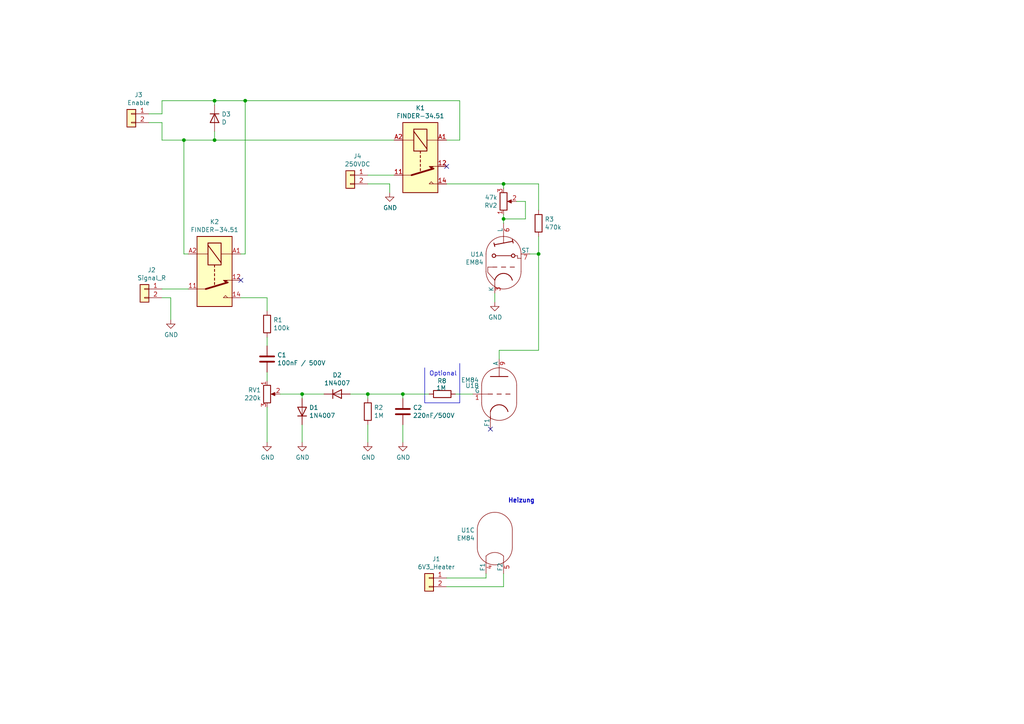
<source format=kicad_sch>
(kicad_sch (version 20231120) (generator "eeschema") (generator_version "8.0")
  (paper "A4")
  (title_block (title "KT88 Amp / Aussteuerung") (date "2023-09-05") (company "fordprfkt@googlemail.com"))
  (lib_symbols
    (symbol "Aussteuerung-rescue:R_POT-Device" (pin_names (offset 1.016) hide)
      (property "Reference" "RV" (at -4.445 0 90))
      (property "Value" "R_POT-Device" (at -2.54 0 90))
      (symbol "R_POT-Device_0_1"
        (polyline (pts (xy 2.54 0) (xy 1.524 0)))
        (polyline (pts (xy 1.143 0) (xy 2.286 0.508) (xy 2.286 -0.508) (xy 1.143 0)) (fill (type outline)))
        (rectangle (start 1.016 2.54) (end -1.016 -2.54) (stroke (width 0.254)))
      )
      (symbol "R_POT-Device_1_1"
        (pin passive line (at 0 3.81 270) (length 1.27) (name "1") (number "1"))
        (pin passive line (at 3.81 0 180) (length 1.27) (name "2") (number "2"))
        (pin passive line (at 0 -3.81 90) (length 1.27) (name "3") (number "3"))
      )
    )
    (symbol "Connector_Generic:Conn_01x02" (pin_names (offset 1.016) hide)
      (property "Reference" "J" (at 0 2.54 0))
      (property "Value" "Conn_01x02" (at 0 -5.08 0))
      (symbol "Conn_01x02_1_1"
        (rectangle (start -1.27 -2.413) (end 0 -2.667) (stroke (width 0.1524)))
        (rectangle (start -1.27 0.127) (end 0 -0.127) (stroke (width 0.1524)))
        (rectangle (start -1.27 1.27) (end 1.27 -3.81) (stroke (width 0.254)) (fill (type background)))
        (pin passive line (at -5.08 0 0) (length 3.81) (name "Pin_1") (number "1"))
        (pin passive line (at -5.08 -2.54 0) (length 3.81) (name "Pin_2") (number "2"))
      )
    )
    (symbol "Device:C" (pin_numbers hide) (pin_names (offset 0.254))
      (property "Reference" "C" (at 0.635 2.54 0))
      (property "Value" "C" (at 0.635 -2.54 0))
      (symbol "C_0_1"
        (polyline (pts (xy -2.032 -0.762) (xy 2.032 -0.762)) (stroke (width 0.508)))
        (polyline (pts (xy -2.032 0.762) (xy 2.032 0.762)) (stroke (width 0.508)))
      )
      (symbol "C_1_1"
        (pin passive line (at 0 3.81 270) (length 2.794) (name "~") (number "1"))
        (pin passive line (at 0 -3.81 90) (length 2.794) (name "~") (number "2"))
      )
    )
    (symbol "Device:D" (pin_numbers hide) (pin_names (offset 1.016) hide)
      (property "Reference" "D" (at 0 2.54 0))
      (property "Value" "D" (at 0 -2.54 0))
      (symbol "D_0_1"
        (polyline (pts (xy -1.27 1.27) (xy -1.27 -1.27)) (stroke (width 0.254)))
        (polyline (pts (xy 1.27 0) (xy -1.27 0)))
        (polyline (pts (xy 1.27 1.27) (xy 1.27 -1.27) (xy -1.27 0) (xy 1.27 1.27)) (stroke (width 0.254)))
      )
      (symbol "D_1_1"
        (pin passive line (at -3.81 0 0) (length 2.54) (name "K") (number "1"))
        (pin passive line (at 3.81 0 180) (length 2.54) (name "A") (number "2"))
      )
    )
    (symbol "Device:R" (pin_numbers hide) (pin_names (offset 0))
      (property "Reference" "R" (at 2.032 0 90))
      (property "Value" "R" (at 0 0 90))
      (symbol "R_0_1"
        (rectangle (start -1.016 -2.54) (end 1.016 2.54) (stroke (width 0.254)))
      )
      (symbol "R_1_1"
        (pin passive line (at 0 3.81 270) (length 1.27) (name "~") (number "1"))
        (pin passive line (at 0 -3.81 90) (length 1.27) (name "~") (number "2"))
      )
    )
    (symbol "EM84_1" (pin_names (offset 0))
      (property "Reference" "U1" (at -5.7912 2.4384 0))
      (property "Value" "EM84" (at -5.7912 0.127 0))
      (symbol "EM84_1_0_1"
        (arc (start -5.08 -2.54) (mid 0 -7.5979) (end 5.08 -2.54))
        (polyline (pts (xy 5.08 2.54) (xy 5.08 -2.54)))
        (polyline (pts (xy -5.08 2.54) (xy -5.08 -2.54) (xy -5.08 -2.54)))
        (arc (start 5.08 2.54) (mid 0 7.5979) (end -5.08 2.54))
      )
      (symbol "EM84_1_1_0"
        (polyline (pts (xy -2.54 -5.08) (xy -2.54 -7.62)))
      )
      (symbol "EM84_1_1_1"
        (circle (center -2.794 2.032) (radius 0.508) (stroke (width 0.254)))
        (polyline (pts (xy -4.572 -2.794) (xy -2.54 -5.08)))
        (polyline (pts (xy -4.572 -1.27) (xy -4.572 -2.794)))
        (polyline (pts (xy -3.302 -1.27) (xy -4.572 -1.27)))
        (polyline (pts (xy -2.794 5.715) (xy -2.54 4.699)) (stroke (width 0.254)))
        (polyline (pts (xy -2.286 2.032) (xy 2.286 2.032)) (stroke (width 0.2032)))
        (polyline (pts (xy -1.905 -1.27) (xy -3.175 -1.27)) (stroke (width 0.2032)))
        (polyline (pts (xy -0.635 -1.27) (xy 0.635 -1.27)) (stroke (width 0.2032)))
        (polyline (pts (xy 1.905 -1.27) (xy 3.175 -1.27)) (stroke (width 0.2032)))
        (polyline (pts (xy 2.54 6.731) (xy 2.794 5.715)) (stroke (width 0.254)))
        (polyline (pts (xy 3.302 2.032) (xy 4.064 2.032)))
        (polyline (pts (xy 4.064 1.27) (xy 5.08 1.27)))
        (polyline (pts (xy 4.064 2.032) (xy 4.064 1.27)))
        (polyline (pts (xy -2.667 5.207) (xy 2.667 6.223) (xy 2.667 6.223)) (stroke (width 0.254)))
        (polyline (pts (xy 0 7.62) (xy 0 5.715) (xy 0 5.715)))
        (arc (start 2.54 -5.08) (mid 0 -3.0968) (end -2.54 -5.08) (stroke (width 0.254)))
        (circle (center 2.794 2.032) (radius 0.508) (stroke (width 0.254)))
        (pin bidirectional line (at -2.54 -8.89 90) (length 2.54) (name "K") (number "3"))
        (pin output line (at 0 11.43 270) (length 3.81) (name "L") (number "6"))
        (pin input line (at 7.62 2.54 180) (length 2.54) (name "ST") (number "7"))
      )
      (symbol "EM84_1_2_0"
        (polyline (pts (xy -2.54 -5.08) (xy -2.54 -7.62)))
        (polyline (pts (xy -0.635 0) (xy 0.635 0)) (stroke (width 0.2032)))
        (polyline (pts (xy 1.905 0) (xy 3.175 0)) (stroke (width 0.2032)))
      )
      (symbol "EM84_1_2_1"
        (polyline (pts (xy -5.08 0) (xy -3.175 0)))
        (polyline (pts (xy -1.905 0) (xy -3.175 0)) (stroke (width 0.2032)))
        (polyline (pts (xy 0 5.08) (xy 0 7.62)))
        (polyline (pts (xy 1.778 5.08) (xy 1.778 5.08)))
        (polyline (pts (xy -2.54 5.08) (xy 2.54 5.08) (xy 2.54 5.08)) (stroke (width 0.254)))
        (arc (start 2.54 -5.08) (mid 0 -3.0968) (end -2.54 -5.08) (stroke (width 0.254)))
        (pin input line (at -7.62 0 0) (length 2.54) (name "G") (number "1"))
        (pin output line (at 0 10.16 270) (length 2.54) (name "A") (number "9"))
        (pin power_in line (at -2.54 -10.16 90) (length 3.81) (name "F1") (number "~"))
      )
      (symbol "EM84_1_3_1"
        (polyline (pts (xy -2.54 -5.08) (xy -2.54 -6.35) (xy -2.54 -6.35)))
        (polyline (pts (xy 2.54 -5.08) (xy 2.54 -6.35) (xy 2.54 -6.35)))
        (arc (start 2.54 -5.08) (mid 0 -4.0279) (end -2.54 -5.08))
        (pin power_in line (at -2.54 -10.16 90) (length 3.81) (name "F1") (number "4"))
        (pin power_in line (at 2.54 -10.16 90) (length 3.81) (name "F2") (number "5"))
      )
    )
    (symbol "EM84_2" (pin_names (offset 0))
      (property "Reference" "U1" (at -5.7912 2.4384 0))
      (property "Value" "EM84" (at -5.7912 0.127 0))
      (symbol "EM84_2_0_1"
        (arc (start -5.08 -2.54) (mid 0 -7.5979) (end 5.08 -2.54))
        (polyline (pts (xy 5.08 2.54) (xy 5.08 -2.54)))
        (polyline (pts (xy -5.08 2.54) (xy -5.08 -2.54) (xy -5.08 -2.54)))
        (arc (start 5.08 2.54) (mid 0 7.5979) (end -5.08 2.54))
      )
      (symbol "EM84_2_1_0"
        (polyline (pts (xy -2.54 -5.08) (xy -2.54 -7.62)))
      )
      (symbol "EM84_2_1_1"
        (circle (center -2.794 2.032) (radius 0.508) (stroke (width 0.254)))
        (polyline (pts (xy -4.572 -2.794) (xy -2.54 -5.08)))
        (polyline (pts (xy -4.572 -1.27) (xy -4.572 -2.794)))
        (polyline (pts (xy -3.302 -1.27) (xy -4.572 -1.27)))
        (polyline (pts (xy -2.794 5.715) (xy -2.54 4.699)) (stroke (width 0.254)))
        (polyline (pts (xy -2.286 2.032) (xy 2.286 2.032)) (stroke (width 0.2032)))
        (polyline (pts (xy -1.905 -1.27) (xy -3.175 -1.27)) (stroke (width 0.2032)))
        (polyline (pts (xy -0.635 -1.27) (xy 0.635 -1.27)) (stroke (width 0.2032)))
        (polyline (pts (xy 1.905 -1.27) (xy 3.175 -1.27)) (stroke (width 0.2032)))
        (polyline (pts (xy 2.54 6.731) (xy 2.794 5.715)) (stroke (width 0.254)))
        (polyline (pts (xy 3.302 2.032) (xy 4.064 2.032)))
        (polyline (pts (xy 4.064 1.27) (xy 5.08 1.27)))
        (polyline (pts (xy 4.064 2.032) (xy 4.064 1.27)))
        (polyline (pts (xy -2.667 5.207) (xy 2.667 6.223) (xy 2.667 6.223)) (stroke (width 0.254)))
        (polyline (pts (xy 0 7.62) (xy 0 5.715) (xy 0 5.715)))
        (arc (start 2.54 -5.08) (mid 0 -3.0968) (end -2.54 -5.08) (stroke (width 0.254)))
        (circle (center 2.794 2.032) (radius 0.508) (stroke (width 0.254)))
        (pin bidirectional line (at -2.54 -8.89 90) (length 2.54) (name "K") (number "3"))
        (pin output line (at 0 11.43 270) (length 3.81) (name "L") (number "6"))
        (pin input line (at 7.62 2.54 180) (length 2.54) (name "ST") (number "7"))
      )
      (symbol "EM84_2_2_0"
        (polyline (pts (xy -2.54 -5.08) (xy -2.54 -7.62)))
        (polyline (pts (xy -0.635 0) (xy 0.635 0)) (stroke (width 0.2032)))
        (polyline (pts (xy 1.905 0) (xy 3.175 0)) (stroke (width 0.2032)))
      )
      (symbol "EM84_2_2_1"
        (polyline (pts (xy -5.08 0) (xy -3.175 0)))
        (polyline (pts (xy -1.905 0) (xy -3.175 0)) (stroke (width 0.2032)))
        (polyline (pts (xy 0 5.08) (xy 0 7.62)))
        (polyline (pts (xy 1.778 5.08) (xy 1.778 5.08)))
        (polyline (pts (xy -2.54 5.08) (xy 2.54 5.08) (xy 2.54 5.08)) (stroke (width 0.254)))
        (arc (start 2.54 -5.08) (mid 0 -3.0968) (end -2.54 -5.08) (stroke (width 0.254)))
        (pin input line (at -7.62 0 0) (length 2.54) (name "G") (number "1"))
        (pin output line (at 0 10.16 270) (length 2.54) (name "A") (number "9"))
        (pin power_in line (at -2.54 -10.16 90) (length 3.81) (name "F1") (number "~"))
      )
      (symbol "EM84_2_3_1"
        (polyline (pts (xy -2.54 -5.08) (xy -2.54 -6.35) (xy -2.54 -6.35)))
        (polyline (pts (xy 2.54 -5.08) (xy 2.54 -6.35) (xy 2.54 -6.35)))
        (arc (start 2.54 -5.08) (mid 0 -4.0279) (end -2.54 -5.08))
        (pin power_in line (at -2.54 -10.16 90) (length 3.81) (name "F1") (number "4"))
        (pin power_in line (at 2.54 -10.16 90) (length 3.81) (name "F2") (number "5"))
      )
    )
    (symbol "Relay:FINDER-34.51"
      (property "Reference" "K" (at 11.43 3.81 0))
      (property "Value" "FINDER-34.51" (at 11.43 1.27 0))
      (symbol "FINDER-34.51_0_0"
        (polyline (pts (xy 7.62 5.08) (xy 7.62 2.54) (xy 6.985 3.175) (xy 7.62 3.81)))
      )
      (symbol "FINDER-34.51_0_1"
        (rectangle (start -10.16 5.08) (end 10.16 -5.08) (stroke (width 0.254)) (fill (type background)))
        (rectangle (start -8.255 1.905) (end -1.905 -1.905) (stroke (width 0.254)))
        (polyline (pts (xy -7.62 -1.905) (xy -2.54 1.905)) (stroke (width 0.254)))
        (polyline (pts (xy -5.08 -5.08) (xy -5.08 -1.905)))
        (polyline (pts (xy -5.08 5.08) (xy -5.08 1.905)))
        (polyline (pts (xy -1.905 0) (xy -1.27 0)) (stroke (width 0.254)))
        (polyline (pts (xy -0.635 0) (xy 0 0)) (stroke (width 0.254)))
        (polyline (pts (xy 0.635 0) (xy 1.27 0)) (stroke (width 0.254)))
        (polyline (pts (xy 1.905 0) (xy 2.54 0)) (stroke (width 0.254)))
        (polyline (pts (xy 3.175 0) (xy 3.81 0)) (stroke (width 0.254)))
        (polyline (pts (xy 5.08 -2.54) (xy 3.175 3.81)) (stroke (width 0.508)))
        (polyline (pts (xy 5.08 -2.54) (xy 5.08 -5.08)))
        (polyline (pts (xy 2.54 5.08) (xy 2.54 2.54) (xy 3.175 3.175) (xy 2.54 3.81)) (fill (type outline)))
      )
      (symbol "FINDER-34.51_1_1"
        (pin passive line (at 5.08 -7.62 90) (length 2.54) (name "~") (number "11"))
        (pin passive line (at 2.54 7.62 270) (length 2.54) (name "~") (number "12"))
        (pin passive line (at 7.62 7.62 270) (length 2.54) (name "~") (number "14"))
        (pin passive line (at -5.08 7.62 270) (length 2.54) (name "~") (number "A1"))
        (pin passive line (at -5.08 -7.62 90) (length 2.54) (name "~") (number "A2"))
      )
    )
    (symbol "Valve:EM84" (pin_names (offset 0))
      (property "Reference" "U1" (at -5.7912 2.4384 0))
      (property "Value" "EM84" (at -5.7912 0.127 0))
      (symbol "EM84_0_1"
        (arc (start -5.08 -2.54) (mid 0 -7.5979) (end 5.08 -2.54))
        (polyline (pts (xy 5.08 2.54) (xy 5.08 -2.54)))
        (polyline (pts (xy -5.08 2.54) (xy -5.08 -2.54) (xy -5.08 -2.54)))
        (arc (start 5.08 2.54) (mid 0 7.5979) (end -5.08 2.54))
      )
      (symbol "EM84_1_0"
        (polyline (pts (xy -2.54 -5.08) (xy -2.54 -7.62)))
      )
      (symbol "EM84_1_1"
        (circle (center -2.794 2.032) (radius 0.508) (stroke (width 0.254)))
        (polyline (pts (xy -4.572 -2.794) (xy -2.54 -5.08)))
        (polyline (pts (xy -4.572 -1.27) (xy -4.572 -2.794)))
        (polyline (pts (xy -3.302 -1.27) (xy -4.572 -1.27)))
        (polyline (pts (xy -2.794 5.715) (xy -2.54 4.699)) (stroke (width 0.254)))
        (polyline (pts (xy -2.286 2.032) (xy 2.286 2.032)) (stroke (width 0.2032)))
        (polyline (pts (xy -1.905 -1.27) (xy -3.175 -1.27)) (stroke (width 0.2032)))
        (polyline (pts (xy -0.635 -1.27) (xy 0.635 -1.27)) (stroke (width 0.2032)))
        (polyline (pts (xy 1.905 -1.27) (xy 3.175 -1.27)) (stroke (width 0.2032)))
        (polyline (pts (xy 2.54 6.731) (xy 2.794 5.715)) (stroke (width 0.254)))
        (polyline (pts (xy 3.302 2.032) (xy 4.064 2.032)))
        (polyline (pts (xy 4.064 1.27) (xy 5.08 1.27)))
        (polyline (pts (xy 4.064 2.032) (xy 4.064 1.27)))
        (polyline (pts (xy -2.667 5.207) (xy 2.667 6.223) (xy 2.667 6.223)) (stroke (width 0.254)))
        (polyline (pts (xy 0 7.62) (xy 0 5.715) (xy 0 5.715)))
        (arc (start 2.54 -5.08) (mid 0 -3.0968) (end -2.54 -5.08) (stroke (width 0.254)))
        (circle (center 2.794 2.032) (radius 0.508) (stroke (width 0.254)))
        (pin bidirectional line (at -2.54 -8.89 90) (length 2.54) (name "K") (number "3"))
        (pin output line (at 0 11.43 270) (length 3.81) (name "L") (number "6"))
        (pin input line (at 7.62 2.54 180) (length 2.54) (name "ST") (number "7"))
      )
      (symbol "EM84_2_0"
        (polyline (pts (xy -2.54 -5.08) (xy -2.54 -7.62)))
        (polyline (pts (xy -0.635 0) (xy 0.635 0)) (stroke (width 0.2032)))
        (polyline (pts (xy 1.905 0) (xy 3.175 0)) (stroke (width 0.2032)))
      )
      (symbol "EM84_2_1"
        (polyline (pts (xy -5.08 0) (xy -3.175 0)))
        (polyline (pts (xy -1.905 0) (xy -3.175 0)) (stroke (width 0.2032)))
        (polyline (pts (xy 0 5.08) (xy 0 7.62)))
        (polyline (pts (xy 1.778 5.08) (xy 1.778 5.08)))
        (polyline (pts (xy -2.54 5.08) (xy 2.54 5.08) (xy 2.54 5.08)) (stroke (width 0.254)))
        (arc (start 2.54 -5.08) (mid 0 -3.0968) (end -2.54 -5.08) (stroke (width 0.254)))
        (pin input line (at -7.62 0 0) (length 2.54) (name "G") (number "1"))
        (pin output line (at 0 10.16 270) (length 2.54) (name "A") (number "9"))
        (pin power_in line (at -2.54 -10.16 90) (length 3.81) (name "F1") (number "~"))
      )
      (symbol "EM84_3_1"
        (polyline (pts (xy -2.54 -5.08) (xy -2.54 -6.35) (xy -2.54 -6.35)))
        (polyline (pts (xy 2.54 -5.08) (xy 2.54 -6.35) (xy 2.54 -6.35)))
        (arc (start 2.54 -5.08) (mid 0 -4.0279) (end -2.54 -5.08))
        (pin power_in line (at -2.54 -10.16 90) (length 3.81) (name "F1") (number "4"))
        (pin power_in line (at 2.54 -10.16 90) (length 3.81) (name "F2") (number "5"))
      )
    )
    (symbol "power:GND" (power) (pin_names (offset 0))
      (property "Value" "GND" (at 0 -3.81 0))
      (symbol "GND_0_1"
        (polyline (pts (xy 0 0) (xy 0 -1.27) (xy 1.27 -1.27) (xy 0 -2.54) (xy -1.27 -1.27) (xy 0 -1.27)))
      )
      (symbol "GND_1_1"
        (pin power_in line (at 0 0 270) (length 0) hide (name "GND") (number "1"))
      )
    )
  )
  (junction (at 71.12 29.21))
  (junction (at 146.05 53.34))
  (junction (at 106.68 114.3))
  (junction (at 87.63 114.3))
  (junction (at 53.34 40.64))
  (junction (at 146.05 63.5))
  (junction (at 62.23 29.21))
  (junction (at 116.84 114.3))
  (junction (at 62.23 40.64))
  (junction (at 156.21 73.66))
  (no_connect (at 69.85 81.28))
  (no_connect (at 129.54 48.26))
  (no_connect (at 142.24 124.46))
  (wire (pts (xy 46.99 29.21) (xy 62.23 29.21)))
  (wire (pts (xy 46.99 40.64) (xy 46.99 35.56)))
  (polyline (pts (xy 123.19 106.68) (xy 123.19 116.84)))
  (wire (pts (xy 46.99 86.36) (xy 49.53 86.36)))
  (wire (pts (xy 152.4 58.42) (xy 152.4 63.5)))
  (wire (pts (xy 87.63 115.57) (xy 87.63 114.3)))
  (wire (pts (xy 116.84 114.3) (xy 106.68 114.3)))
  (wire (pts (xy 101.6 114.3) (xy 106.68 114.3)))
  (wire (pts (xy 46.99 40.64) (xy 53.34 40.64)))
  (wire (pts (xy 156.21 73.66) (xy 153.67 73.66)))
  (wire (pts (xy 106.68 115.57) (xy 106.68 114.3)))
  (wire (pts (xy 62.23 40.64) (xy 62.23 38.1)))
  (wire (pts (xy 87.63 114.3) (xy 93.98 114.3)))
  (wire (pts (xy 156.21 73.66) (xy 156.21 101.6)))
  (wire (pts (xy 77.47 100.33) (xy 77.47 97.79)))
  (wire (pts (xy 146.05 53.34) (xy 156.21 53.34)))
  (wire (pts (xy 146.05 63.5) (xy 146.05 62.23)))
  (wire (pts (xy 146.05 64.77) (xy 146.05 63.5)))
  (wire (pts (xy 71.12 29.21) (xy 71.12 73.66)))
  (wire (pts (xy 133.35 40.64) (xy 129.54 40.64)))
  (wire (pts (xy 46.99 29.21) (xy 46.99 33.02)))
  (wire (pts (xy 129.54 53.34) (xy 146.05 53.34)))
  (wire (pts (xy 81.28 114.3) (xy 87.63 114.3)))
  (wire (pts (xy 146.05 54.61) (xy 146.05 53.34)))
  (wire (pts (xy 144.78 101.6) (xy 144.78 104.14)))
  (wire (pts (xy 129.54 170.18) (xy 146.05 170.18)))
  (wire (pts (xy 49.53 86.36) (xy 49.53 92.71)))
  (wire (pts (xy 143.51 87.63) (xy 143.51 85.09)))
  (wire (pts (xy 146.05 170.18) (xy 146.05 166.37)))
  (wire (pts (xy 87.63 128.27) (xy 87.63 123.19)))
  (wire (pts (xy 53.34 40.64) (xy 62.23 40.64)))
  (wire (pts (xy 71.12 29.21) (xy 133.35 29.21)))
  (wire (pts (xy 152.4 63.5) (xy 146.05 63.5)))
  (wire (pts (xy 116.84 114.3) (xy 124.46 114.3)))
  (wire (pts (xy 46.99 33.02) (xy 43.18 33.02)))
  (wire (pts (xy 140.97 167.64) (xy 140.97 166.37)))
  (wire (pts (xy 133.35 29.21) (xy 133.35 40.64)))
  (polyline (pts (xy 133.35 116.84) (xy 133.35 105.41)))
  (wire (pts (xy 46.99 35.56) (xy 43.18 35.56)))
  (wire (pts (xy 144.78 101.6) (xy 156.21 101.6)))
  (wire (pts (xy 77.47 86.36) (xy 77.47 90.17)))
  (wire (pts (xy 116.84 115.57) (xy 116.84 114.3)))
  (wire (pts (xy 77.47 128.27) (xy 77.47 118.11)))
  (wire (pts (xy 106.68 53.34) (xy 113.03 53.34)))
  (wire (pts (xy 54.61 73.66) (xy 53.34 73.66)))
  (wire (pts (xy 106.68 123.19) (xy 106.68 128.27)))
  (wire (pts (xy 77.47 110.49) (xy 77.47 107.95)))
  (wire (pts (xy 132.08 114.3) (xy 137.16 114.3)))
  (wire (pts (xy 53.34 40.64) (xy 53.34 73.66)))
  (wire (pts (xy 156.21 60.96) (xy 156.21 53.34)))
  (wire (pts (xy 156.21 73.66) (xy 156.21 68.58)))
  (wire (pts (xy 129.54 167.64) (xy 140.97 167.64)))
  (wire (pts (xy 62.23 29.21) (xy 71.12 29.21)))
  (wire (pts (xy 69.85 86.36) (xy 77.47 86.36)))
  (wire (pts (xy 116.84 123.19) (xy 116.84 128.27)))
  (wire (pts (xy 62.23 40.64) (xy 114.3 40.64)))
  (wire (pts (xy 149.86 58.42) (xy 152.4 58.42)))
  (wire (pts (xy 62.23 30.48) (xy 62.23 29.21)))
  (wire (pts (xy 46.99 83.82) (xy 54.61 83.82)))
  (wire (pts (xy 113.03 53.34) (xy 113.03 55.88)))
  (polyline (pts (xy 123.19 116.84) (xy 133.35 116.84)))
  (wire (pts (xy 69.85 73.66) (xy 71.12 73.66)))
  (wire (pts (xy 106.68 50.8) (xy 114.3 50.8)))
  (text "Heizung" (at 147.32 146.05 0) (effects (font (size 1.27 1.27) (thickness 0.254) (bold yes)) (justify left bottom)))
  (text "Optional" (at 124.46 109.22 0) (effects (font (size 1.27 1.27)) (justify left bottom)))
  (symbol (lib_name "EM84_1") (lib_id "Valve:EM84") (at 146.05 76.2 0) (unit 1)
    (property "Reference" "U1" (at 140.2588 73.7616 0) (effects (justify right)))
    (property "Value" "EM84" (at 140.2588 76.073 0) (effects (justify right)))
    (property "Footprint" "Valve:Valve_Noval_P" (effects (hide yes)))
    (property "Datasheet" "http://www.r-type.org/pdfs/em84.pdf" (effects (hide yes)))
  )
  (symbol (lib_id "Valve:EM84") (at 144.78 114.3 0) (unit 2)
    (property "Reference" "U1" (at 138.9888 111.8616 0) (effects (justify right)))
    (property "Value" "EM84" (at 138.938 110.236 0) (effects (justify right)))
    (property "Footprint" "Valve:Valve_Noval_P" (effects (hide yes)))
    (property "Datasheet" "http://www.r-type.org/pdfs/em84.pdf" (effects (hide yes)))
  )
  (symbol (lib_id "power:GND") (at 106.68 128.27 0) (unit 1)
    (property "Reference" "#PWR0114" (effects (hide yes)))
    (property "Value" "GND" (at 106.807 132.6642 0))
  )
  (symbol (lib_id "power:GND") (at 116.84 128.27 0) (unit 1)
    (property "Reference" "#PWR0115" (effects (hide yes)))
    (property "Value" "GND" (at 116.967 132.6642 0))
  )
  (symbol (lib_name "EM84_2") (lib_id "Valve:EM84") (at 143.51 156.21 0) (unit 3)
    (property "Reference" "U1" (at 137.7188 153.7716 0) (effects (justify right)))
    (property "Value" "EM84" (at 137.7188 156.083 0) (effects (justify right)))
    (property "Footprint" "Valve:Valve_Noval_P" (effects (hide yes)))
    (property "Datasheet" "http://www.r-type.org/pdfs/em84.pdf" (effects (hide yes)))
  )
  (symbol (lib_id "Connector_Generic:Conn_01x02") (at 124.46 167.64 0) (mirror y) (unit 1)
    (property "Reference" "J1" (at 126.5428 162.1282 0))
    (property "Value" "6V3_Heater" (at 126.5428 164.4396 0))
    (property "Footprint" "Connector_Molex:Molex_Mini-Fit_Jr_5566-02A_2x01_P4.20mm_Vertical" (effects (hide yes)))
  )
  (symbol (lib_id "Connector_Generic:Conn_01x02") (at 101.6 50.8 0) (mirror y) (unit 1)
    (property "Reference" "J4" (at 103.6828 45.2882 0))
    (property "Value" "250VDC" (at 103.6828 47.5996 0))
    (property "Footprint" "Connector_Molex:Molex_Mini-Fit_Jr_5566-02A_2x01_P4.20mm_Vertical" (effects (hide yes)))
  )
  (symbol (lib_id "Connector_Generic:Conn_01x02") (at 41.91 83.82 0) (mirror y) (unit 1)
    (property "Reference" "J2" (at 43.9928 78.3082 0))
    (property "Value" "Signal_R" (at 43.9928 80.6196 0))
    (property "Footprint" "Connector_Molex:Molex_Mini-Fit_Jr_5566-02A_2x01_P4.20mm_Vertical" (effects (hide yes)))
  )
  (symbol (lib_id "Device:R") (at 128.27 114.3 90) (unit 1)
    (property "Reference" "R8" (at 129.54 110.49 90) (effects (justify left)))
    (property "Value" "1M" (at 129.413 112.522 90) (effects (justify left)))
    (property "Footprint" "Resistor_THT:R_Axial_DIN0207_L6.3mm_D2.5mm_P10.16mm_Horizontal" (effects (hide yes)))
  )
  (symbol (lib_id "Device:R") (at 156.21 64.77 0) (unit 1)
    (property "Reference" "R3" (at 157.988 63.6016 0) (effects (justify left)))
    (property "Value" "470k" (at 157.988 65.913 0) (effects (justify left)))
    (property "Footprint" "Resistor_THT:R_Axial_DIN0207_L6.3mm_D2.5mm_P10.16mm_Horizontal" (effects (hide yes)))
  )
  (symbol (lib_id "Aussteuerung-rescue:R_POT-Device") (at 146.05 58.42 0) (mirror x) (unit 1)
    (property "Reference" "RV2" (at 144.272 59.5884 0) (effects (justify right)))
    (property "Value" "47k" (at 144.272 57.277 0) (effects (justify right)))
    (property "Footprint" "Potentiometer_THT:Potentiometer_Piher_PT-10-V10_Vertical_Hole" (effects (hide yes)))
  )
  (symbol (lib_id "Device:C") (at 116.84 119.38 0) (unit 1)
    (property "Reference" "C2" (at 119.761 118.2116 0) (effects (justify left)))
    (property "Value" "220nF/500V" (at 119.761 120.523 0) (effects (justify left)))
    (property "Footprint" "Capacitor_THT:C_Rect_L26.5mm_W8.5mm_P22.50mm_MKS4" (effects (hide yes)))
  )
  (symbol (lib_id "power:GND") (at 143.51 87.63 0) (unit 1)
    (property "Reference" "#PWR0103" (effects (hide yes)))
    (property "Value" "GND" (at 143.637 92.0242 0))
  )
  (symbol (lib_id "Connector_Generic:Conn_01x02") (at 38.1 33.02 0) (mirror y) (unit 1)
    (property "Reference" "J3" (at 40.1828 27.5082 0))
    (property "Value" "Enable" (at 40.1828 29.8196 0))
    (property "Footprint" "Connector_Molex:Molex_KK-254_AE-6410-02A_1x02_P2.54mm_Vertical" (effects (hide yes)))
  )
  (symbol (lib_id "Relay:FINDER-34.51") (at 121.92 45.72 270) (unit 1)
    (property "Reference" "K1" (at 121.92 31.3182 90))
    (property "Value" "FINDER-34.51" (at 121.92 33.6296 90))
    (property "Footprint" "Relay_THT:Relay_SPDT_Finder_34.51_Vertical" (effects (hide yes)))
    (property "Datasheet" "https://gfinder.findernet.com/public/attachments/34/EN/S34USAEN.pdf" (effects (hide yes)))
  )
  (symbol (lib_id "Device:R") (at 106.68 119.38 0) (unit 1)
    (property "Reference" "R2" (at 108.458 118.2116 0) (effects (justify left)))
    (property "Value" "1M" (at 108.458 120.523 0) (effects (justify left)))
    (property "Footprint" "Resistor_THT:R_Axial_DIN0207_L6.3mm_D2.5mm_P10.16mm_Horizontal" (effects (hide yes)))
  )
  (symbol (lib_id "Device:D") (at 62.23 34.29 270) (unit 1)
    (property "Reference" "D3" (at 64.262 33.1216 90) (effects (justify left)))
    (property "Value" "D" (at 64.262 35.433 90) (effects (justify left)))
    (property "Footprint" "Diode_THT:D_DO-35_SOD27_P10.16mm_Horizontal" (effects (hide yes)))
  )
  (symbol (lib_id "Device:R") (at 77.47 93.98 0) (unit 1)
    (property "Reference" "R1" (at 79.248 92.8116 0) (effects (justify left)))
    (property "Value" "100k" (at 79.248 95.123 0) (effects (justify left)))
    (property "Footprint" "Resistor_THT:R_Axial_DIN0207_L6.3mm_D2.5mm_P10.16mm_Horizontal" (effects (hide yes)))
  )
  (symbol (lib_id "Device:D") (at 97.79 114.3 0) (unit 1)
    (property "Reference" "D2" (at 97.79 108.7882 0))
    (property "Value" "1N4007" (at 97.79 111.0996 0))
    (property "Footprint" "Diode_THT:D_DO-35_SOD27_P10.16mm_Horizontal" (effects (hide yes)))
  )
  (symbol (lib_id "Device:D") (at 87.63 119.38 90) (unit 1)
    (property "Reference" "D1" (at 89.662 118.2116 90) (effects (justify right)))
    (property "Value" "1N4007" (at 89.662 120.523 90) (effects (justify right)))
    (property "Footprint" "Diode_THT:D_DO-35_SOD27_P10.16mm_Horizontal" (effects (hide yes)))
  )
  (symbol (lib_id "Aussteuerung-rescue:R_POT-Device") (at 77.47 114.3 0) (unit 1)
    (property "Reference" "RV1" (at 75.7174 113.1316 0) (effects (justify right)))
    (property "Value" "220k" (at 75.7174 115.443 0) (effects (justify right)))
    (property "Footprint" "Potentiometer_THT:Potentiometer_Piher_PT-10-V10_Vertical_Hole" (effects (hide yes)))
  )
  (symbol (lib_id "Device:C") (at 77.47 104.14 0) (unit 1)
    (property "Reference" "C1" (at 80.391 102.9716 0) (effects (justify left)))
    (property "Value" "100nF / 500V" (at 80.391 105.283 0) (effects (justify left)))
    (property "Footprint" "Capacitor_THT:C_Rect_L26.5mm_W7.0mm_P22.50mm_MKS4" (effects (hide yes)))
  )
  (symbol (lib_id "power:GND") (at 87.63 128.27 0) (unit 1)
    (property "Reference" "#PWR0109" (effects (hide yes)))
    (property "Value" "GND" (at 87.757 132.6642 0))
  )
  (symbol (lib_id "power:GND") (at 77.47 128.27 0) (unit 1)
    (property "Reference" "#PWR0110" (effects (hide yes)))
    (property "Value" "GND" (at 77.597 132.6642 0))
  )
  (symbol (lib_id "power:GND") (at 49.53 92.71 0) (unit 1)
    (property "Reference" "#PWR0112" (effects (hide yes)))
    (property "Value" "GND" (at 49.657 97.1042 0))
  )
  (symbol (lib_id "power:GND") (at 113.03 55.88 0) (unit 1)
    (property "Reference" "#PWR0113" (effects (hide yes)))
    (property "Value" "GND" (at 113.157 60.2742 0))
  )
  (symbol (lib_id "Relay:FINDER-34.51") (at 62.23 78.74 270) (unit 1)
    (property "Reference" "K2" (at 62.23 64.3382 90))
    (property "Value" "FINDER-34.51" (at 62.23 66.6496 90))
    (property "Footprint" "Relay_THT:Relay_SPDT_Finder_34.51_Vertical" (effects (hide yes)))
    (property "Datasheet" "https://gfinder.findernet.com/public/attachments/34/EN/S34USAEN.pdf" (effects (hide yes)))
  )
)
</source>
